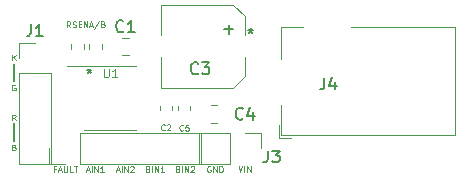
<source format=gto>
%TF.GenerationSoftware,KiCad,Pcbnew,(6.0.5-0)*%
%TF.CreationDate,2023-01-17T15:21:48+09:00*%
%TF.ProjectId,stepper,73746570-7065-4722-9e6b-696361645f70,rev?*%
%TF.SameCoordinates,Original*%
%TF.FileFunction,Legend,Top*%
%TF.FilePolarity,Positive*%
%FSLAX46Y46*%
G04 Gerber Fmt 4.6, Leading zero omitted, Abs format (unit mm)*
G04 Created by KiCad (PCBNEW (6.0.5-0)) date 2023-01-17 15:21:48*
%MOMM*%
%LPD*%
G01*
G04 APERTURE LIST*
%ADD10C,0.150000*%
%ADD11C,0.125000*%
%ADD12C,0.120000*%
G04 APERTURE END LIST*
D10*
X141468600Y-102536092D02*
X141468600Y-103983892D01*
X141468600Y-97485200D02*
X141468600Y-98933000D01*
D11*
X158131047Y-106176000D02*
X158083428Y-106152190D01*
X158012000Y-106152190D01*
X157940571Y-106176000D01*
X157892952Y-106223619D01*
X157869142Y-106271238D01*
X157845333Y-106366476D01*
X157845333Y-106437904D01*
X157869142Y-106533142D01*
X157892952Y-106580761D01*
X157940571Y-106628380D01*
X158012000Y-106652190D01*
X158059619Y-106652190D01*
X158131047Y-106628380D01*
X158154857Y-106604571D01*
X158154857Y-106437904D01*
X158059619Y-106437904D01*
X158369142Y-106652190D02*
X158369142Y-106152190D01*
X158654857Y-106652190D01*
X158654857Y-106152190D01*
X158892952Y-106652190D02*
X158892952Y-106152190D01*
X159012000Y-106152190D01*
X159083428Y-106176000D01*
X159131047Y-106223619D01*
X159154857Y-106271238D01*
X159178666Y-106366476D01*
X159178666Y-106437904D01*
X159154857Y-106533142D01*
X159131047Y-106580761D01*
X159083428Y-106628380D01*
X159012000Y-106652190D01*
X158892952Y-106652190D01*
X155388666Y-106390285D02*
X155460095Y-106414095D01*
X155483904Y-106437904D01*
X155507714Y-106485523D01*
X155507714Y-106556952D01*
X155483904Y-106604571D01*
X155460095Y-106628380D01*
X155412476Y-106652190D01*
X155222000Y-106652190D01*
X155222000Y-106152190D01*
X155388666Y-106152190D01*
X155436285Y-106176000D01*
X155460095Y-106199809D01*
X155483904Y-106247428D01*
X155483904Y-106295047D01*
X155460095Y-106342666D01*
X155436285Y-106366476D01*
X155388666Y-106390285D01*
X155222000Y-106390285D01*
X155722000Y-106652190D02*
X155722000Y-106152190D01*
X155960095Y-106652190D02*
X155960095Y-106152190D01*
X156245809Y-106652190D01*
X156245809Y-106152190D01*
X156460095Y-106199809D02*
X156483904Y-106176000D01*
X156531523Y-106152190D01*
X156650571Y-106152190D01*
X156698190Y-106176000D01*
X156722000Y-106199809D01*
X156745809Y-106247428D01*
X156745809Y-106295047D01*
X156722000Y-106366476D01*
X156436285Y-106652190D01*
X156745809Y-106652190D01*
X141623361Y-102283390D02*
X141456695Y-102045295D01*
X141337647Y-102283390D02*
X141337647Y-101783390D01*
X141528123Y-101783390D01*
X141575742Y-101807200D01*
X141599552Y-101831009D01*
X141623361Y-101878628D01*
X141623361Y-101950057D01*
X141599552Y-101997676D01*
X141575742Y-102021485D01*
X141528123Y-102045295D01*
X141337647Y-102045295D01*
X141337647Y-97203390D02*
X141337647Y-96703390D01*
X141623361Y-97203390D02*
X141409076Y-96917676D01*
X141623361Y-96703390D02*
X141337647Y-96989104D01*
D10*
X147870000Y-97939285D02*
X147870000Y-98117857D01*
X147691428Y-98046428D02*
X147870000Y-98117857D01*
X148048571Y-98046428D01*
X147762857Y-98260714D02*
X147870000Y-98117857D01*
X147977142Y-98260714D01*
D11*
X152848666Y-106390285D02*
X152920095Y-106414095D01*
X152943904Y-106437904D01*
X152967714Y-106485523D01*
X152967714Y-106556952D01*
X152943904Y-106604571D01*
X152920095Y-106628380D01*
X152872476Y-106652190D01*
X152682000Y-106652190D01*
X152682000Y-106152190D01*
X152848666Y-106152190D01*
X152896285Y-106176000D01*
X152920095Y-106199809D01*
X152943904Y-106247428D01*
X152943904Y-106295047D01*
X152920095Y-106342666D01*
X152896285Y-106366476D01*
X152848666Y-106390285D01*
X152682000Y-106390285D01*
X153182000Y-106652190D02*
X153182000Y-106152190D01*
X153420095Y-106652190D02*
X153420095Y-106152190D01*
X153705809Y-106652190D01*
X153705809Y-106152190D01*
X154205809Y-106652190D02*
X153920095Y-106652190D01*
X154062952Y-106652190D02*
X154062952Y-106152190D01*
X154015333Y-106223619D01*
X153967714Y-106271238D01*
X153920095Y-106295047D01*
X146272380Y-94406190D02*
X146105714Y-94168095D01*
X145986666Y-94406190D02*
X145986666Y-93906190D01*
X146177142Y-93906190D01*
X146224761Y-93930000D01*
X146248571Y-93953809D01*
X146272380Y-94001428D01*
X146272380Y-94072857D01*
X146248571Y-94120476D01*
X146224761Y-94144285D01*
X146177142Y-94168095D01*
X145986666Y-94168095D01*
X146462857Y-94382380D02*
X146534285Y-94406190D01*
X146653333Y-94406190D01*
X146700952Y-94382380D01*
X146724761Y-94358571D01*
X146748571Y-94310952D01*
X146748571Y-94263333D01*
X146724761Y-94215714D01*
X146700952Y-94191904D01*
X146653333Y-94168095D01*
X146558095Y-94144285D01*
X146510476Y-94120476D01*
X146486666Y-94096666D01*
X146462857Y-94049047D01*
X146462857Y-94001428D01*
X146486666Y-93953809D01*
X146510476Y-93930000D01*
X146558095Y-93906190D01*
X146677142Y-93906190D01*
X146748571Y-93930000D01*
X146962857Y-94144285D02*
X147129523Y-94144285D01*
X147200952Y-94406190D02*
X146962857Y-94406190D01*
X146962857Y-93906190D01*
X147200952Y-93906190D01*
X147415238Y-94406190D02*
X147415238Y-93906190D01*
X147700952Y-94406190D01*
X147700952Y-93906190D01*
X147915238Y-94263333D02*
X148153333Y-94263333D01*
X147867619Y-94406190D02*
X148034285Y-93906190D01*
X148200952Y-94406190D01*
X148724761Y-93882380D02*
X148296190Y-94525238D01*
X149058095Y-94144285D02*
X149129523Y-94168095D01*
X149153333Y-94191904D01*
X149177142Y-94239523D01*
X149177142Y-94310952D01*
X149153333Y-94358571D01*
X149129523Y-94382380D01*
X149081904Y-94406190D01*
X148891428Y-94406190D01*
X148891428Y-93906190D01*
X149058095Y-93906190D01*
X149105714Y-93930000D01*
X149129523Y-93953809D01*
X149153333Y-94001428D01*
X149153333Y-94049047D01*
X149129523Y-94096666D01*
X149105714Y-94120476D01*
X149058095Y-94144285D01*
X148891428Y-94144285D01*
X147613904Y-106509333D02*
X147852000Y-106509333D01*
X147566285Y-106652190D02*
X147732952Y-106152190D01*
X147899619Y-106652190D01*
X148066285Y-106652190D02*
X148066285Y-106152190D01*
X148304380Y-106652190D02*
X148304380Y-106152190D01*
X148590095Y-106652190D01*
X148590095Y-106152190D01*
X149090095Y-106652190D02*
X148804380Y-106652190D01*
X148947238Y-106652190D02*
X148947238Y-106152190D01*
X148899619Y-106223619D01*
X148852000Y-106271238D01*
X148804380Y-106295047D01*
X141504314Y-104561485D02*
X141575742Y-104585295D01*
X141599552Y-104609104D01*
X141623361Y-104656723D01*
X141623361Y-104728152D01*
X141599552Y-104775771D01*
X141575742Y-104799580D01*
X141528123Y-104823390D01*
X141337647Y-104823390D01*
X141337647Y-104323390D01*
X141504314Y-104323390D01*
X141551933Y-104347200D01*
X141575742Y-104371009D01*
X141599552Y-104418628D01*
X141599552Y-104466247D01*
X141575742Y-104513866D01*
X141551933Y-104537676D01*
X141504314Y-104561485D01*
X141337647Y-104561485D01*
X160504380Y-106152190D02*
X160671047Y-106652190D01*
X160837714Y-106152190D01*
X161004380Y-106652190D02*
X161004380Y-106152190D01*
X161242476Y-106652190D02*
X161242476Y-106152190D01*
X161528190Y-106652190D01*
X161528190Y-106152190D01*
X150153904Y-106509333D02*
X150392000Y-106509333D01*
X150106285Y-106652190D02*
X150272952Y-106152190D01*
X150439619Y-106652190D01*
X150606285Y-106652190D02*
X150606285Y-106152190D01*
X150844380Y-106652190D02*
X150844380Y-106152190D01*
X151130095Y-106652190D01*
X151130095Y-106152190D01*
X151344380Y-106199809D02*
X151368190Y-106176000D01*
X151415809Y-106152190D01*
X151534857Y-106152190D01*
X151582476Y-106176000D01*
X151606285Y-106199809D01*
X151630095Y-106247428D01*
X151630095Y-106295047D01*
X151606285Y-106366476D01*
X151320571Y-106652190D01*
X151630095Y-106652190D01*
X141599552Y-99267200D02*
X141551933Y-99243390D01*
X141480504Y-99243390D01*
X141409076Y-99267200D01*
X141361457Y-99314819D01*
X141337647Y-99362438D01*
X141313838Y-99457676D01*
X141313838Y-99529104D01*
X141337647Y-99624342D01*
X141361457Y-99671961D01*
X141409076Y-99719580D01*
X141480504Y-99743390D01*
X141528123Y-99743390D01*
X141599552Y-99719580D01*
X141623361Y-99695771D01*
X141623361Y-99529104D01*
X141528123Y-99529104D01*
X145014380Y-106390285D02*
X144847714Y-106390285D01*
X144847714Y-106652190D02*
X144847714Y-106152190D01*
X145085809Y-106152190D01*
X145252476Y-106509333D02*
X145490571Y-106509333D01*
X145204857Y-106652190D02*
X145371523Y-106152190D01*
X145538190Y-106652190D01*
X145704857Y-106152190D02*
X145704857Y-106556952D01*
X145728666Y-106604571D01*
X145752476Y-106628380D01*
X145800095Y-106652190D01*
X145895333Y-106652190D01*
X145942952Y-106628380D01*
X145966761Y-106604571D01*
X145990571Y-106556952D01*
X145990571Y-106152190D01*
X146466761Y-106652190D02*
X146228666Y-106652190D01*
X146228666Y-106152190D01*
X146562000Y-106152190D02*
X146847714Y-106152190D01*
X146704857Y-106652190D02*
X146704857Y-106152190D01*
%TO.C,U1*%
X149078571Y-97889285D02*
X149078571Y-98496428D01*
X149114285Y-98567857D01*
X149150000Y-98603571D01*
X149221428Y-98639285D01*
X149364285Y-98639285D01*
X149435714Y-98603571D01*
X149471428Y-98567857D01*
X149507142Y-98496428D01*
X149507142Y-97889285D01*
X150257142Y-98639285D02*
X149828571Y-98639285D01*
X150042857Y-98639285D02*
X150042857Y-97889285D01*
X149971428Y-97996428D01*
X149900000Y-98067857D01*
X149828571Y-98103571D01*
D10*
%TO.C,J3*%
X162976666Y-104842380D02*
X162976666Y-105556666D01*
X162929047Y-105699523D01*
X162833809Y-105794761D01*
X162690952Y-105842380D01*
X162595714Y-105842380D01*
X163357619Y-104842380D02*
X163976666Y-104842380D01*
X163643333Y-105223333D01*
X163786190Y-105223333D01*
X163881428Y-105270952D01*
X163929047Y-105318571D01*
X163976666Y-105413809D01*
X163976666Y-105651904D01*
X163929047Y-105747142D01*
X163881428Y-105794761D01*
X163786190Y-105842380D01*
X163500476Y-105842380D01*
X163405238Y-105794761D01*
X163357619Y-105747142D01*
%TO.C,J1*%
X142938666Y-94150380D02*
X142938666Y-94864666D01*
X142891047Y-95007523D01*
X142795809Y-95102761D01*
X142652952Y-95150380D01*
X142557714Y-95150380D01*
X143938666Y-95150380D02*
X143367238Y-95150380D01*
X143652952Y-95150380D02*
X143652952Y-94150380D01*
X143557714Y-94293238D01*
X143462476Y-94388476D01*
X143367238Y-94436095D01*
%TO.C,C4*%
X160883333Y-102117136D02*
X160835714Y-102164755D01*
X160692857Y-102212374D01*
X160597619Y-102212374D01*
X160454761Y-102164755D01*
X160359523Y-102069517D01*
X160311904Y-101974279D01*
X160264285Y-101783803D01*
X160264285Y-101640946D01*
X160311904Y-101450470D01*
X160359523Y-101355232D01*
X160454761Y-101259994D01*
X160597619Y-101212374D01*
X160692857Y-101212374D01*
X160835714Y-101259994D01*
X160883333Y-101307613D01*
X161740476Y-101545708D02*
X161740476Y-102212374D01*
X161502380Y-101164755D02*
X161264285Y-101879041D01*
X161883333Y-101879041D01*
%TO.C,J4*%
X167766666Y-98659880D02*
X167766666Y-99374166D01*
X167719047Y-99517023D01*
X167623809Y-99612261D01*
X167480952Y-99659880D01*
X167385714Y-99659880D01*
X168671428Y-98993214D02*
X168671428Y-99659880D01*
X168433333Y-98612261D02*
X168195238Y-99326547D01*
X168814285Y-99326547D01*
D11*
%TO.C,C2*%
X154256666Y-103078571D02*
X154232857Y-103102380D01*
X154161428Y-103126190D01*
X154113809Y-103126190D01*
X154042380Y-103102380D01*
X153994761Y-103054761D01*
X153970952Y-103007142D01*
X153947142Y-102911904D01*
X153947142Y-102840476D01*
X153970952Y-102745238D01*
X153994761Y-102697619D01*
X154042380Y-102650000D01*
X154113809Y-102626190D01*
X154161428Y-102626190D01*
X154232857Y-102650000D01*
X154256666Y-102673809D01*
X154447142Y-102673809D02*
X154470952Y-102650000D01*
X154518571Y-102626190D01*
X154637619Y-102626190D01*
X154685238Y-102650000D01*
X154709047Y-102673809D01*
X154732857Y-102721428D01*
X154732857Y-102769047D01*
X154709047Y-102840476D01*
X154423333Y-103126190D01*
X154732857Y-103126190D01*
%TO.C,C5*%
X155816666Y-103108571D02*
X155792857Y-103132380D01*
X155721428Y-103156190D01*
X155673809Y-103156190D01*
X155602380Y-103132380D01*
X155554761Y-103084761D01*
X155530952Y-103037142D01*
X155507142Y-102941904D01*
X155507142Y-102870476D01*
X155530952Y-102775238D01*
X155554761Y-102727619D01*
X155602380Y-102680000D01*
X155673809Y-102656190D01*
X155721428Y-102656190D01*
X155792857Y-102680000D01*
X155816666Y-102703809D01*
X156269047Y-102656190D02*
X156030952Y-102656190D01*
X156007142Y-102894285D01*
X156030952Y-102870476D01*
X156078571Y-102846666D01*
X156197619Y-102846666D01*
X156245238Y-102870476D01*
X156269047Y-102894285D01*
X156292857Y-102941904D01*
X156292857Y-103060952D01*
X156269047Y-103108571D01*
X156245238Y-103132380D01*
X156197619Y-103156190D01*
X156078571Y-103156190D01*
X156030952Y-103132380D01*
X156007142Y-103108571D01*
D10*
%TO.C,C1*%
X150763333Y-94707151D02*
X150715714Y-94754770D01*
X150572857Y-94802389D01*
X150477619Y-94802389D01*
X150334761Y-94754770D01*
X150239523Y-94659532D01*
X150191904Y-94564294D01*
X150144285Y-94373818D01*
X150144285Y-94230961D01*
X150191904Y-94040485D01*
X150239523Y-93945247D01*
X150334761Y-93850009D01*
X150477619Y-93802389D01*
X150572857Y-93802389D01*
X150715714Y-93850009D01*
X150763333Y-93897628D01*
X151715714Y-94802389D02*
X151144285Y-94802389D01*
X151430000Y-94802389D02*
X151430000Y-93802389D01*
X151334761Y-93945247D01*
X151239523Y-94040485D01*
X151144285Y-94088104D01*
%TO.C,C3*%
X157083333Y-98277142D02*
X157035714Y-98324761D01*
X156892857Y-98372380D01*
X156797619Y-98372380D01*
X156654761Y-98324761D01*
X156559523Y-98229523D01*
X156511904Y-98134285D01*
X156464285Y-97943809D01*
X156464285Y-97800952D01*
X156511904Y-97610476D01*
X156559523Y-97515238D01*
X156654761Y-97420000D01*
X156797619Y-97372380D01*
X156892857Y-97372380D01*
X157035714Y-97420000D01*
X157083333Y-97467619D01*
X157416666Y-97372380D02*
X158035714Y-97372380D01*
X157702380Y-97753333D01*
X157845238Y-97753333D01*
X157940476Y-97800952D01*
X157988095Y-97848571D01*
X158035714Y-97943809D01*
X158035714Y-98181904D01*
X157988095Y-98277142D01*
X157940476Y-98324761D01*
X157845238Y-98372380D01*
X157559523Y-98372380D01*
X157464285Y-98324761D01*
X157416666Y-98277142D01*
X161530000Y-94462380D02*
X161530000Y-94700476D01*
X161291904Y-94605238D02*
X161530000Y-94700476D01*
X161768095Y-94605238D01*
X161387142Y-94890952D02*
X161530000Y-94700476D01*
X161672857Y-94890952D01*
X159289047Y-94551428D02*
X160050952Y-94551428D01*
X159670000Y-94932380D02*
X159670000Y-94170476D01*
D12*
%TO.C,U1*%
X149630000Y-97655000D02*
X151830000Y-97655000D01*
X149630000Y-103125000D02*
X147430000Y-103125000D01*
X149630000Y-103125000D02*
X151830000Y-103125000D01*
X149630000Y-97655000D02*
X145980000Y-97655000D01*
%TO.C,J2*%
X145812000Y-105978000D02*
X144482000Y-105978000D01*
X147082000Y-103318000D02*
X157302000Y-103318000D01*
X147082000Y-105978000D02*
X147082000Y-103318000D01*
X157302000Y-105978000D02*
X157302000Y-103318000D01*
X147082000Y-105978000D02*
X157302000Y-105978000D01*
X144482000Y-105978000D02*
X144482000Y-104648000D01*
%TO.C,J3*%
X159782000Y-103318000D02*
X157182000Y-103318000D01*
X162382000Y-103318000D02*
X162382000Y-104648000D01*
X159782000Y-103318000D02*
X159782000Y-105978000D01*
X159782000Y-105978000D02*
X157182000Y-105978000D01*
X157182000Y-103318000D02*
X157182000Y-105978000D01*
X161052000Y-103318000D02*
X162382000Y-103318000D01*
%TO.C,J1*%
X141942000Y-105978000D02*
X144602000Y-105978000D01*
X141942000Y-97028000D02*
X141942000Y-95698000D01*
X141942000Y-98298000D02*
X144602000Y-98298000D01*
X141942000Y-95698000D02*
X143272000Y-95698000D01*
X141942000Y-98298000D02*
X141942000Y-105978000D01*
X144602000Y-98298000D02*
X144602000Y-105978000D01*
%TO.C,C4*%
X158661240Y-102475000D02*
X158138736Y-102475000D01*
X158661240Y-101005000D02*
X158138736Y-101005000D01*
%TO.C,RSENB1*%
X147877508Y-96267267D02*
X147877508Y-95792751D01*
X148922508Y-96267267D02*
X148922508Y-95792751D01*
%TO.C,J4*%
X164950000Y-103757500D02*
X163900000Y-103757500D01*
X178800000Y-103557500D02*
X164100000Y-103557500D01*
X178800000Y-94357500D02*
X178800000Y-103557500D01*
X164100000Y-103557500D02*
X164100000Y-100957500D01*
X164100000Y-94357500D02*
X166000000Y-94357500D01*
X163900000Y-102707500D02*
X163900000Y-103757500D01*
X170000000Y-94357500D02*
X178800000Y-94357500D01*
X164100000Y-97057500D02*
X164100000Y-94357500D01*
%TO.C,C2*%
X154850001Y-101380586D02*
X154850001Y-101099426D01*
X153830001Y-101380586D02*
X153830001Y-101099426D01*
%TO.C,C5*%
X155380011Y-101099426D02*
X155380011Y-101380586D01*
X156400011Y-101099426D02*
X156400011Y-101380586D01*
%TO.C,C1*%
X150668748Y-95295009D02*
X151191252Y-95295009D01*
X150668748Y-96765009D02*
X151191252Y-96765009D01*
%TO.C,RSENA1*%
X147382506Y-96267267D02*
X147382506Y-95792751D01*
X146337506Y-96267267D02*
X146337506Y-95792751D01*
%TO.C,C3*%
X161020600Y-98540600D02*
X161020600Y-96952340D01*
X153959400Y-92479400D02*
X153959400Y-95067660D01*
X160020600Y-92479400D02*
X153959400Y-92479400D01*
X153959400Y-99540600D02*
X160020600Y-99540600D01*
X161020600Y-93479400D02*
X160020600Y-92479400D01*
X153959400Y-96952340D02*
X153959400Y-99540600D01*
X161020600Y-95067660D02*
X161020600Y-93479400D01*
X161020600Y-98540600D02*
X160020600Y-99540600D01*
%TD*%
M02*

</source>
